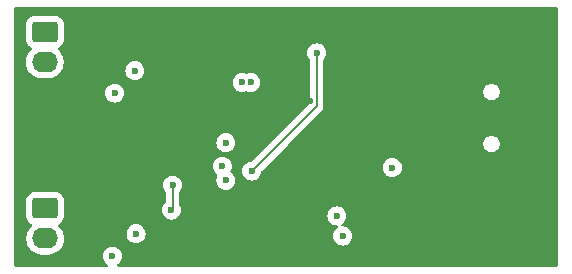
<source format=gbr>
%TF.GenerationSoftware,KiCad,Pcbnew,8.0.6*%
%TF.CreationDate,2025-02-16T10:37:52+01:00*%
%TF.ProjectId,USBTempLogger,55534254-656d-4704-9c6f-676765722e6b,rev?*%
%TF.SameCoordinates,Original*%
%TF.FileFunction,Copper,L4,Bot*%
%TF.FilePolarity,Positive*%
%FSLAX46Y46*%
G04 Gerber Fmt 4.6, Leading zero omitted, Abs format (unit mm)*
G04 Created by KiCad (PCBNEW 8.0.6) date 2025-02-16 10:37:52*
%MOMM*%
%LPD*%
G01*
G04 APERTURE LIST*
G04 Aperture macros list*
%AMRoundRect*
0 Rectangle with rounded corners*
0 $1 Rounding radius*
0 $2 $3 $4 $5 $6 $7 $8 $9 X,Y pos of 4 corners*
0 Add a 4 corners polygon primitive as box body*
4,1,4,$2,$3,$4,$5,$6,$7,$8,$9,$2,$3,0*
0 Add four circle primitives for the rounded corners*
1,1,$1+$1,$2,$3*
1,1,$1+$1,$4,$5*
1,1,$1+$1,$6,$7*
1,1,$1+$1,$8,$9*
0 Add four rect primitives between the rounded corners*
20,1,$1+$1,$2,$3,$4,$5,0*
20,1,$1+$1,$4,$5,$6,$7,0*
20,1,$1+$1,$6,$7,$8,$9,0*
20,1,$1+$1,$8,$9,$2,$3,0*%
G04 Aperture macros list end*
%TA.AperFunction,ComponentPad*%
%ADD10RoundRect,0.250000X-0.845000X0.620000X-0.845000X-0.620000X0.845000X-0.620000X0.845000X0.620000X0*%
%TD*%
%TA.AperFunction,ComponentPad*%
%ADD11O,2.190000X1.740000*%
%TD*%
%TA.AperFunction,ViaPad*%
%ADD12C,0.600000*%
%TD*%
%TA.AperFunction,Conductor*%
%ADD13C,0.127000*%
%TD*%
G04 APERTURE END LIST*
D10*
%TO.P,J4,1,Pin_1*%
%TO.N,Net-(IC2-T-)*%
X140100000Y-102560000D03*
D11*
%TO.P,J4,2,Pin_2*%
%TO.N,Net-(IC2-T+)*%
X140100000Y-105100000D03*
%TD*%
D10*
%TO.P,J1,1,Pin_1*%
%TO.N,Net-(IC1-T-)*%
X140080000Y-87630000D03*
D11*
%TO.P,J1,2,Pin_2*%
%TO.N,Net-(IC1-T+)*%
X140080000Y-90170000D03*
%TD*%
D12*
%TO.N,GNDD*%
X171600000Y-101200000D03*
X167900000Y-88100000D03*
X147800000Y-87200000D03*
X149400000Y-92900000D03*
X153200000Y-92200000D03*
X162700000Y-105900000D03*
X162536500Y-93502601D03*
X159300000Y-93400000D03*
X168307485Y-94495657D03*
X167100000Y-104600000D03*
X153400000Y-93900000D03*
X151600000Y-99000000D03*
X147900000Y-100900000D03*
X173700000Y-94100000D03*
X149300000Y-106600000D03*
X157200000Y-95500000D03*
X166300000Y-99500000D03*
%TO.N,+3V3*%
X147800000Y-104700000D03*
X147700000Y-90900000D03*
X155400000Y-97000000D03*
X155400000Y-100200000D03*
X146000000Y-92800000D03*
X157500000Y-91900000D03*
X156800000Y-91900000D03*
X145800000Y-106600000D03*
X164800000Y-103200000D03*
X169500000Y-99100000D03*
X155100000Y-99000000D03*
X165300000Y-104900000D03*
%TO.N,NRST*%
X163100000Y-89400000D03*
X157600000Y-99400000D03*
%TO.N,SCK*%
X150800000Y-102700000D03*
X150890500Y-100600000D03*
%TD*%
D13*
%TO.N,NRST*%
X163100000Y-93700000D02*
X163100000Y-93900000D01*
X163100000Y-89400000D02*
X163100000Y-93700000D01*
X163100000Y-93900000D02*
X157600000Y-99400000D01*
%TO.N,SCK*%
X150890500Y-100600000D02*
X150890500Y-102609500D01*
X150890500Y-102609500D02*
X150800000Y-102700000D01*
%TD*%
%TA.AperFunction,Conductor*%
%TO.N,GNDD*%
G36*
X183442539Y-85520185D02*
G01*
X183488294Y-85572989D01*
X183499500Y-85624500D01*
X183499500Y-107375500D01*
X183479815Y-107442539D01*
X183427011Y-107488294D01*
X183375500Y-107499500D01*
X146303476Y-107499500D01*
X146236437Y-107479815D01*
X146190682Y-107427011D01*
X146180738Y-107357853D01*
X146209763Y-107294297D01*
X146237504Y-107270506D01*
X146302262Y-107229816D01*
X146429816Y-107102262D01*
X146525789Y-106949522D01*
X146585368Y-106779255D01*
X146605565Y-106600000D01*
X146585368Y-106420745D01*
X146525789Y-106250478D01*
X146429816Y-106097738D01*
X146302262Y-105970184D01*
X146149523Y-105874211D01*
X145979254Y-105814631D01*
X145979249Y-105814630D01*
X145800004Y-105794435D01*
X145799996Y-105794435D01*
X145620750Y-105814630D01*
X145620745Y-105814631D01*
X145450476Y-105874211D01*
X145297737Y-105970184D01*
X145170184Y-106097737D01*
X145074211Y-106250476D01*
X145014631Y-106420745D01*
X145014630Y-106420750D01*
X144994435Y-106599996D01*
X144994435Y-106600003D01*
X145014630Y-106779249D01*
X145014631Y-106779254D01*
X145074211Y-106949523D01*
X145170184Y-107102262D01*
X145297738Y-107229816D01*
X145362496Y-107270506D01*
X145408787Y-107322841D01*
X145419435Y-107391894D01*
X145391060Y-107455743D01*
X145332670Y-107494115D01*
X145296524Y-107499500D01*
X137624500Y-107499500D01*
X137557461Y-107479815D01*
X137511706Y-107427011D01*
X137500500Y-107375500D01*
X137500500Y-101889983D01*
X138504500Y-101889983D01*
X138504500Y-103230001D01*
X138504501Y-103230018D01*
X138515000Y-103332796D01*
X138515001Y-103332799D01*
X138565558Y-103485368D01*
X138570186Y-103499334D01*
X138662288Y-103648656D01*
X138786344Y-103772712D01*
X138935666Y-103864814D01*
X138935668Y-103864814D01*
X138935669Y-103864815D01*
X138936348Y-103865132D01*
X138936735Y-103865473D01*
X138941813Y-103868605D01*
X138941277Y-103869472D01*
X138988787Y-103911304D01*
X139007939Y-103978498D01*
X138987723Y-104045379D01*
X138971625Y-104065195D01*
X138829640Y-104207180D01*
X138702843Y-104381700D01*
X138604909Y-104573908D01*
X138538245Y-104779077D01*
X138504500Y-104992133D01*
X138504500Y-105207866D01*
X138535290Y-105402262D01*
X138538246Y-105420926D01*
X138604908Y-105626089D01*
X138702843Y-105818299D01*
X138829641Y-105992821D01*
X138982179Y-106145359D01*
X139156701Y-106272157D01*
X139348911Y-106370092D01*
X139554074Y-106436754D01*
X139633973Y-106449408D01*
X139767134Y-106470500D01*
X139767139Y-106470500D01*
X140432866Y-106470500D01*
X140551230Y-106451752D01*
X140645926Y-106436754D01*
X140851089Y-106370092D01*
X141043299Y-106272157D01*
X141217821Y-106145359D01*
X141370359Y-105992821D01*
X141497157Y-105818299D01*
X141595092Y-105626089D01*
X141661754Y-105420926D01*
X141676752Y-105326230D01*
X141695500Y-105207866D01*
X141695500Y-104992133D01*
X141661754Y-104779077D01*
X141661754Y-104779074D01*
X141636060Y-104699996D01*
X146994435Y-104699996D01*
X146994435Y-104700003D01*
X147014630Y-104879249D01*
X147014631Y-104879254D01*
X147074211Y-105049523D01*
X147170184Y-105202262D01*
X147297738Y-105329816D01*
X147388080Y-105386582D01*
X147442738Y-105420926D01*
X147450478Y-105425789D01*
X147620745Y-105485368D01*
X147620750Y-105485369D01*
X147799996Y-105505565D01*
X147800000Y-105505565D01*
X147800004Y-105505565D01*
X147979249Y-105485369D01*
X147979252Y-105485368D01*
X147979255Y-105485368D01*
X148149522Y-105425789D01*
X148302262Y-105329816D01*
X148429816Y-105202262D01*
X148525789Y-105049522D01*
X148585368Y-104879255D01*
X148585369Y-104879249D01*
X148605565Y-104700003D01*
X148605565Y-104699996D01*
X148585369Y-104520750D01*
X148585368Y-104520745D01*
X148542326Y-104397738D01*
X148525789Y-104350478D01*
X148429816Y-104197738D01*
X148302262Y-104070184D01*
X148294322Y-104065195D01*
X148149523Y-103974211D01*
X147979254Y-103914631D01*
X147979249Y-103914630D01*
X147800004Y-103894435D01*
X147799996Y-103894435D01*
X147620750Y-103914630D01*
X147620745Y-103914631D01*
X147450476Y-103974211D01*
X147297737Y-104070184D01*
X147170184Y-104197737D01*
X147074211Y-104350476D01*
X147014631Y-104520745D01*
X147014630Y-104520750D01*
X146994435Y-104699996D01*
X141636060Y-104699996D01*
X141595092Y-104573911D01*
X141497157Y-104381701D01*
X141370359Y-104207179D01*
X141228375Y-104065195D01*
X141194890Y-104003872D01*
X141199874Y-103934180D01*
X141241746Y-103878247D01*
X141263657Y-103865129D01*
X141264322Y-103864817D01*
X141264334Y-103864814D01*
X141413656Y-103772712D01*
X141537712Y-103648656D01*
X141629814Y-103499334D01*
X141684999Y-103332797D01*
X141695500Y-103230009D01*
X141695500Y-102699996D01*
X149994435Y-102699996D01*
X149994435Y-102700003D01*
X150014630Y-102879249D01*
X150014631Y-102879254D01*
X150074211Y-103049523D01*
X150168760Y-103199996D01*
X150170184Y-103202262D01*
X150297738Y-103329816D01*
X150450478Y-103425789D01*
X150620745Y-103485368D01*
X150620750Y-103485369D01*
X150799996Y-103505565D01*
X150800000Y-103505565D01*
X150800004Y-103505565D01*
X150979249Y-103485369D01*
X150979252Y-103485368D01*
X150979255Y-103485368D01*
X151149522Y-103425789D01*
X151302262Y-103329816D01*
X151429816Y-103202262D01*
X151431240Y-103199996D01*
X163994435Y-103199996D01*
X163994435Y-103200003D01*
X164014630Y-103379249D01*
X164014631Y-103379254D01*
X164074211Y-103549523D01*
X164170184Y-103702262D01*
X164297738Y-103829816D01*
X164377106Y-103879686D01*
X164432721Y-103914632D01*
X164450478Y-103925789D01*
X164489925Y-103939592D01*
X164620745Y-103985368D01*
X164620750Y-103985369D01*
X164803041Y-104005908D01*
X164867455Y-104032974D01*
X164907010Y-104090569D01*
X164909148Y-104160406D01*
X164873190Y-104220312D01*
X164855131Y-104234121D01*
X164797739Y-104270182D01*
X164670184Y-104397737D01*
X164574211Y-104550476D01*
X164514631Y-104720745D01*
X164514630Y-104720750D01*
X164494435Y-104899996D01*
X164494435Y-104900003D01*
X164514630Y-105079249D01*
X164514631Y-105079254D01*
X164574211Y-105249523D01*
X164624662Y-105329815D01*
X164670184Y-105402262D01*
X164797738Y-105529816D01*
X164950478Y-105625789D01*
X165120745Y-105685368D01*
X165120750Y-105685369D01*
X165299996Y-105705565D01*
X165300000Y-105705565D01*
X165300004Y-105705565D01*
X165479249Y-105685369D01*
X165479252Y-105685368D01*
X165479255Y-105685368D01*
X165649522Y-105625789D01*
X165802262Y-105529816D01*
X165929816Y-105402262D01*
X166025789Y-105249522D01*
X166085368Y-105079255D01*
X166095184Y-104992139D01*
X166105565Y-104900003D01*
X166105565Y-104899996D01*
X166085369Y-104720750D01*
X166085368Y-104720745D01*
X166078108Y-104699996D01*
X166025789Y-104550478D01*
X166007106Y-104520745D01*
X165929815Y-104397737D01*
X165802262Y-104270184D01*
X165649523Y-104174211D01*
X165479254Y-104114631D01*
X165479250Y-104114630D01*
X165296957Y-104094091D01*
X165232543Y-104067024D01*
X165192988Y-104009429D01*
X165190851Y-103939592D01*
X165226809Y-103879686D01*
X165244856Y-103865886D01*
X165302262Y-103829816D01*
X165429816Y-103702262D01*
X165525789Y-103549522D01*
X165585368Y-103379255D01*
X165585369Y-103379249D01*
X165605565Y-103200003D01*
X165605565Y-103199996D01*
X165585369Y-103020750D01*
X165585368Y-103020745D01*
X165525789Y-102850478D01*
X165429816Y-102697738D01*
X165302262Y-102570184D01*
X165149523Y-102474211D01*
X164979254Y-102414631D01*
X164979249Y-102414630D01*
X164800004Y-102394435D01*
X164799996Y-102394435D01*
X164620750Y-102414630D01*
X164620745Y-102414631D01*
X164450476Y-102474211D01*
X164297737Y-102570184D01*
X164170184Y-102697737D01*
X164074211Y-102850476D01*
X164014631Y-103020745D01*
X164014630Y-103020750D01*
X163994435Y-103199996D01*
X151431240Y-103199996D01*
X151525789Y-103049522D01*
X151585368Y-102879255D01*
X151585369Y-102879249D01*
X151605565Y-102700003D01*
X151605565Y-102699996D01*
X151585369Y-102520750D01*
X151585366Y-102520737D01*
X151525790Y-102350481D01*
X151525789Y-102350478D01*
X151505473Y-102318145D01*
X151473506Y-102267269D01*
X151454500Y-102201297D01*
X151454500Y-101219440D01*
X151474185Y-101152401D01*
X151490819Y-101131759D01*
X151520316Y-101102262D01*
X151616289Y-100949522D01*
X151675868Y-100779255D01*
X151696065Y-100600000D01*
X151675868Y-100420745D01*
X151616289Y-100250478D01*
X151520316Y-100097738D01*
X151392762Y-99970184D01*
X151289922Y-99905565D01*
X151240023Y-99874211D01*
X151069754Y-99814631D01*
X151069749Y-99814630D01*
X150890504Y-99794435D01*
X150890496Y-99794435D01*
X150711250Y-99814630D01*
X150711245Y-99814631D01*
X150540976Y-99874211D01*
X150388237Y-99970184D01*
X150260684Y-100097737D01*
X150164711Y-100250476D01*
X150105131Y-100420745D01*
X150105130Y-100420750D01*
X150084935Y-100599996D01*
X150084935Y-100600003D01*
X150105130Y-100779249D01*
X150105131Y-100779254D01*
X150164711Y-100949523D01*
X150260684Y-101102262D01*
X150290181Y-101131759D01*
X150323666Y-101193082D01*
X150326500Y-101219440D01*
X150326500Y-101990059D01*
X150306815Y-102057098D01*
X150290182Y-102077740D01*
X150170183Y-102197739D01*
X150074211Y-102350476D01*
X150014631Y-102520745D01*
X150014630Y-102520750D01*
X149994435Y-102699996D01*
X141695500Y-102699996D01*
X141695499Y-101889992D01*
X141684999Y-101787203D01*
X141629814Y-101620666D01*
X141537712Y-101471344D01*
X141413656Y-101347288D01*
X141264334Y-101255186D01*
X141097797Y-101200001D01*
X141097795Y-101200000D01*
X140995010Y-101189500D01*
X139204998Y-101189500D01*
X139204981Y-101189501D01*
X139102203Y-101200000D01*
X139102200Y-101200001D01*
X138935668Y-101255185D01*
X138935663Y-101255187D01*
X138786342Y-101347289D01*
X138662289Y-101471342D01*
X138570187Y-101620663D01*
X138570186Y-101620666D01*
X138515001Y-101787203D01*
X138515001Y-101787204D01*
X138515000Y-101787204D01*
X138504500Y-101889983D01*
X137500500Y-101889983D01*
X137500500Y-98999996D01*
X154294435Y-98999996D01*
X154294435Y-99000003D01*
X154314630Y-99179249D01*
X154314631Y-99179254D01*
X154374211Y-99349523D01*
X154470184Y-99502262D01*
X154597740Y-99629818D01*
X154646974Y-99660753D01*
X154693266Y-99713087D01*
X154703915Y-99782141D01*
X154685999Y-99831715D01*
X154674210Y-99850478D01*
X154614633Y-100020737D01*
X154614630Y-100020750D01*
X154594435Y-100199996D01*
X154594435Y-100200003D01*
X154614630Y-100379249D01*
X154614631Y-100379254D01*
X154674211Y-100549523D01*
X154705926Y-100599996D01*
X154770184Y-100702262D01*
X154897738Y-100829816D01*
X155050478Y-100925789D01*
X155118306Y-100949523D01*
X155220745Y-100985368D01*
X155220750Y-100985369D01*
X155399996Y-101005565D01*
X155400000Y-101005565D01*
X155400004Y-101005565D01*
X155579249Y-100985369D01*
X155579252Y-100985368D01*
X155579255Y-100985368D01*
X155749522Y-100925789D01*
X155902262Y-100829816D01*
X156029816Y-100702262D01*
X156125789Y-100549522D01*
X156185368Y-100379255D01*
X156205565Y-100200000D01*
X156203916Y-100185369D01*
X156185369Y-100020750D01*
X156185368Y-100020745D01*
X156137998Y-99885369D01*
X156125789Y-99850478D01*
X156113999Y-99831715D01*
X156047816Y-99726385D01*
X156029816Y-99697738D01*
X155902262Y-99570184D01*
X155902260Y-99570182D01*
X155853022Y-99539244D01*
X155806732Y-99486910D01*
X155796084Y-99417856D01*
X155802539Y-99399996D01*
X156794435Y-99399996D01*
X156794435Y-99400003D01*
X156814630Y-99579249D01*
X156814631Y-99579254D01*
X156874211Y-99749523D01*
X156937646Y-99850478D01*
X156970184Y-99902262D01*
X157097738Y-100029816D01*
X157188080Y-100086582D01*
X157205833Y-100097737D01*
X157250478Y-100125789D01*
X157420745Y-100185368D01*
X157420750Y-100185369D01*
X157599996Y-100205565D01*
X157600000Y-100205565D01*
X157600004Y-100205565D01*
X157779249Y-100185369D01*
X157779252Y-100185368D01*
X157779255Y-100185368D01*
X157949522Y-100125789D01*
X158102262Y-100029816D01*
X158229816Y-99902262D01*
X158325789Y-99749522D01*
X158385368Y-99579255D01*
X158386391Y-99570182D01*
X158395773Y-99486910D01*
X158401716Y-99434156D01*
X158428782Y-99369744D01*
X158437245Y-99360370D01*
X158697619Y-99099996D01*
X168694435Y-99099996D01*
X168694435Y-99100003D01*
X168714630Y-99279249D01*
X168714631Y-99279254D01*
X168774211Y-99449523D01*
X168855727Y-99579254D01*
X168870184Y-99602262D01*
X168997738Y-99729816D01*
X169081013Y-99782141D01*
X169132721Y-99814632D01*
X169150478Y-99825789D01*
X169288860Y-99874211D01*
X169320745Y-99885368D01*
X169320750Y-99885369D01*
X169499996Y-99905565D01*
X169500000Y-99905565D01*
X169500004Y-99905565D01*
X169679249Y-99885369D01*
X169679252Y-99885368D01*
X169679255Y-99885368D01*
X169849522Y-99825789D01*
X170002262Y-99729816D01*
X170129816Y-99602262D01*
X170225789Y-99449522D01*
X170285368Y-99279255D01*
X170291960Y-99220750D01*
X170305565Y-99100003D01*
X170305565Y-99099996D01*
X170285369Y-98920750D01*
X170285368Y-98920745D01*
X170225789Y-98750478D01*
X170129816Y-98597738D01*
X170002262Y-98470184D01*
X169849523Y-98374211D01*
X169679254Y-98314631D01*
X169679249Y-98314630D01*
X169500004Y-98294435D01*
X169499996Y-98294435D01*
X169320750Y-98314630D01*
X169320745Y-98314631D01*
X169150476Y-98374211D01*
X168997737Y-98470184D01*
X168870184Y-98597737D01*
X168774211Y-98750476D01*
X168714631Y-98920745D01*
X168714630Y-98920750D01*
X168694435Y-99099996D01*
X158697619Y-99099996D01*
X160628621Y-97168995D01*
X177199499Y-97168995D01*
X177226418Y-97304322D01*
X177226421Y-97304332D01*
X177279221Y-97431804D01*
X177279228Y-97431817D01*
X177355885Y-97546541D01*
X177355888Y-97546545D01*
X177453454Y-97644111D01*
X177453458Y-97644114D01*
X177568182Y-97720771D01*
X177568195Y-97720778D01*
X177695667Y-97773578D01*
X177695672Y-97773580D01*
X177695676Y-97773580D01*
X177695677Y-97773581D01*
X177831004Y-97800500D01*
X177831007Y-97800500D01*
X177968995Y-97800500D01*
X178060041Y-97782389D01*
X178104328Y-97773580D01*
X178231811Y-97720775D01*
X178346542Y-97644114D01*
X178444114Y-97546542D01*
X178520775Y-97431811D01*
X178573580Y-97304328D01*
X178600500Y-97168993D01*
X178600500Y-97031007D01*
X178600500Y-97031004D01*
X178573581Y-96895677D01*
X178573580Y-96895676D01*
X178573580Y-96895672D01*
X178573578Y-96895667D01*
X178520778Y-96768195D01*
X178520771Y-96768182D01*
X178444114Y-96653458D01*
X178444111Y-96653454D01*
X178346545Y-96555888D01*
X178346541Y-96555885D01*
X178231817Y-96479228D01*
X178231804Y-96479221D01*
X178104332Y-96426421D01*
X178104322Y-96426418D01*
X177968995Y-96399500D01*
X177968993Y-96399500D01*
X177831007Y-96399500D01*
X177831005Y-96399500D01*
X177695677Y-96426418D01*
X177695667Y-96426421D01*
X177568195Y-96479221D01*
X177568182Y-96479228D01*
X177453458Y-96555885D01*
X177453454Y-96555888D01*
X177355888Y-96653454D01*
X177355885Y-96653458D01*
X177279228Y-96768182D01*
X177279221Y-96768195D01*
X177226421Y-96895667D01*
X177226418Y-96895677D01*
X177199500Y-97031004D01*
X177199500Y-97031007D01*
X177199500Y-97168993D01*
X177199500Y-97168995D01*
X177199499Y-97168995D01*
X160628621Y-97168995D01*
X163551313Y-94246304D01*
X163625565Y-94117696D01*
X163664001Y-93974252D01*
X163664001Y-93825747D01*
X163664001Y-93818152D01*
X163664000Y-93818134D01*
X163664000Y-92768995D01*
X177199499Y-92768995D01*
X177226418Y-92904322D01*
X177226421Y-92904332D01*
X177279221Y-93031804D01*
X177279228Y-93031817D01*
X177355885Y-93146541D01*
X177355888Y-93146545D01*
X177453454Y-93244111D01*
X177453458Y-93244114D01*
X177568182Y-93320771D01*
X177568195Y-93320778D01*
X177695667Y-93373578D01*
X177695672Y-93373580D01*
X177695676Y-93373580D01*
X177695677Y-93373581D01*
X177831004Y-93400500D01*
X177831007Y-93400500D01*
X177968995Y-93400500D01*
X178060041Y-93382389D01*
X178104328Y-93373580D01*
X178231811Y-93320775D01*
X178346542Y-93244114D01*
X178444114Y-93146542D01*
X178520775Y-93031811D01*
X178573580Y-92904328D01*
X178594332Y-92800003D01*
X178600500Y-92768995D01*
X178600500Y-92631004D01*
X178573581Y-92495677D01*
X178573580Y-92495676D01*
X178573580Y-92495672D01*
X178554859Y-92450476D01*
X178520778Y-92368195D01*
X178520771Y-92368182D01*
X178444114Y-92253458D01*
X178444111Y-92253454D01*
X178346545Y-92155888D01*
X178346541Y-92155885D01*
X178231817Y-92079228D01*
X178231804Y-92079221D01*
X178104332Y-92026421D01*
X178104322Y-92026418D01*
X177968995Y-91999500D01*
X177968993Y-91999500D01*
X177831007Y-91999500D01*
X177831005Y-91999500D01*
X177695677Y-92026418D01*
X177695667Y-92026421D01*
X177568195Y-92079221D01*
X177568182Y-92079228D01*
X177453458Y-92155885D01*
X177453454Y-92155888D01*
X177355888Y-92253454D01*
X177355885Y-92253458D01*
X177279228Y-92368182D01*
X177279221Y-92368195D01*
X177226421Y-92495667D01*
X177226418Y-92495677D01*
X177199500Y-92631004D01*
X177199500Y-92631007D01*
X177199500Y-92768993D01*
X177199500Y-92768995D01*
X177199499Y-92768995D01*
X163664000Y-92768995D01*
X163664000Y-90019440D01*
X163683685Y-89952401D01*
X163700319Y-89931759D01*
X163729816Y-89902262D01*
X163825789Y-89749522D01*
X163885368Y-89579255D01*
X163905565Y-89400000D01*
X163891726Y-89277177D01*
X163885369Y-89220750D01*
X163885368Y-89220745D01*
X163825788Y-89050476D01*
X163729815Y-88897737D01*
X163602262Y-88770184D01*
X163449523Y-88674211D01*
X163279254Y-88614631D01*
X163279249Y-88614630D01*
X163100004Y-88594435D01*
X163099996Y-88594435D01*
X162920750Y-88614630D01*
X162920745Y-88614631D01*
X162750476Y-88674211D01*
X162597737Y-88770184D01*
X162470184Y-88897737D01*
X162374211Y-89050476D01*
X162314631Y-89220745D01*
X162314630Y-89220750D01*
X162294435Y-89399996D01*
X162294435Y-89400003D01*
X162314630Y-89579249D01*
X162314631Y-89579254D01*
X162374211Y-89749523D01*
X162470184Y-89902262D01*
X162499681Y-89931759D01*
X162533166Y-89993082D01*
X162536000Y-90019440D01*
X162536000Y-93615020D01*
X162516315Y-93682059D01*
X162499681Y-93702701D01*
X157639637Y-98562744D01*
X157578314Y-98596229D01*
X157565840Y-98598283D01*
X157420749Y-98614630D01*
X157420745Y-98614631D01*
X157250476Y-98674211D01*
X157097737Y-98770184D01*
X156970184Y-98897737D01*
X156874211Y-99050476D01*
X156814631Y-99220745D01*
X156814630Y-99220750D01*
X156794435Y-99399996D01*
X155802539Y-99399996D01*
X155814001Y-99368282D01*
X155825789Y-99349522D01*
X155885368Y-99179255D01*
X155885369Y-99179249D01*
X155905565Y-99000003D01*
X155905565Y-98999996D01*
X155885369Y-98820750D01*
X155885368Y-98820745D01*
X155867676Y-98770184D01*
X155825789Y-98650478D01*
X155803265Y-98614632D01*
X155729815Y-98497737D01*
X155602262Y-98370184D01*
X155449523Y-98274211D01*
X155279254Y-98214631D01*
X155279249Y-98214630D01*
X155100004Y-98194435D01*
X155099996Y-98194435D01*
X154920750Y-98214630D01*
X154920745Y-98214631D01*
X154750476Y-98274211D01*
X154597737Y-98370184D01*
X154470184Y-98497737D01*
X154374211Y-98650476D01*
X154314631Y-98820745D01*
X154314630Y-98820750D01*
X154294435Y-98999996D01*
X137500500Y-98999996D01*
X137500500Y-96999996D01*
X154594435Y-96999996D01*
X154594435Y-97000003D01*
X154614630Y-97179249D01*
X154614631Y-97179254D01*
X154674211Y-97349523D01*
X154725920Y-97431817D01*
X154770184Y-97502262D01*
X154897738Y-97629816D01*
X155050478Y-97725789D01*
X155187051Y-97773578D01*
X155220745Y-97785368D01*
X155220750Y-97785369D01*
X155399996Y-97805565D01*
X155400000Y-97805565D01*
X155400004Y-97805565D01*
X155579249Y-97785369D01*
X155579252Y-97785368D01*
X155579255Y-97785368D01*
X155749522Y-97725789D01*
X155902262Y-97629816D01*
X156029816Y-97502262D01*
X156125789Y-97349522D01*
X156185368Y-97179255D01*
X156186524Y-97168995D01*
X156205565Y-97000003D01*
X156205565Y-96999996D01*
X156185369Y-96820750D01*
X156185368Y-96820745D01*
X156166975Y-96768182D01*
X156125789Y-96650478D01*
X156029816Y-96497738D01*
X155902262Y-96370184D01*
X155749523Y-96274211D01*
X155579254Y-96214631D01*
X155579249Y-96214630D01*
X155400004Y-96194435D01*
X155399996Y-96194435D01*
X155220750Y-96214630D01*
X155220745Y-96214631D01*
X155050476Y-96274211D01*
X154897737Y-96370184D01*
X154770184Y-96497737D01*
X154674211Y-96650476D01*
X154614631Y-96820745D01*
X154614630Y-96820750D01*
X154594435Y-96999996D01*
X137500500Y-96999996D01*
X137500500Y-92799996D01*
X145194435Y-92799996D01*
X145194435Y-92800003D01*
X145214630Y-92979249D01*
X145214631Y-92979254D01*
X145274211Y-93149523D01*
X145333645Y-93244111D01*
X145370184Y-93302262D01*
X145497738Y-93429816D01*
X145650478Y-93525789D01*
X145820745Y-93585368D01*
X145820750Y-93585369D01*
X145999996Y-93605565D01*
X146000000Y-93605565D01*
X146000004Y-93605565D01*
X146179249Y-93585369D01*
X146179252Y-93585368D01*
X146179255Y-93585368D01*
X146349522Y-93525789D01*
X146502262Y-93429816D01*
X146629816Y-93302262D01*
X146725789Y-93149522D01*
X146785368Y-92979255D01*
X146805565Y-92800000D01*
X146802071Y-92768993D01*
X146785369Y-92620750D01*
X146785368Y-92620745D01*
X146725789Y-92450478D01*
X146629816Y-92297738D01*
X146502262Y-92170184D01*
X146479505Y-92155885D01*
X146349523Y-92074211D01*
X146179254Y-92014631D01*
X146179249Y-92014630D01*
X146000004Y-91994435D01*
X145999996Y-91994435D01*
X145820750Y-92014630D01*
X145820745Y-92014631D01*
X145650476Y-92074211D01*
X145497737Y-92170184D01*
X145370184Y-92297737D01*
X145274211Y-92450476D01*
X145214631Y-92620745D01*
X145214630Y-92620750D01*
X145194435Y-92799996D01*
X137500500Y-92799996D01*
X137500500Y-91899996D01*
X155994435Y-91899996D01*
X155994435Y-91900003D01*
X156014630Y-92079249D01*
X156014631Y-92079254D01*
X156074211Y-92249523D01*
X156104507Y-92297738D01*
X156170184Y-92402262D01*
X156297738Y-92529816D01*
X156388080Y-92586582D01*
X156442450Y-92620745D01*
X156450478Y-92625789D01*
X156620739Y-92685366D01*
X156620745Y-92685368D01*
X156620750Y-92685369D01*
X156799996Y-92705565D01*
X156800000Y-92705565D01*
X156800004Y-92705565D01*
X156979249Y-92685369D01*
X156979251Y-92685368D01*
X156979255Y-92685368D01*
X156979258Y-92685366D01*
X156979262Y-92685366D01*
X157109045Y-92639953D01*
X157178824Y-92636391D01*
X157190955Y-92639953D01*
X157320737Y-92685366D01*
X157320743Y-92685367D01*
X157320745Y-92685368D01*
X157320746Y-92685368D01*
X157320750Y-92685369D01*
X157499996Y-92705565D01*
X157500000Y-92705565D01*
X157500004Y-92705565D01*
X157679249Y-92685369D01*
X157679252Y-92685368D01*
X157679255Y-92685368D01*
X157849522Y-92625789D01*
X158002262Y-92529816D01*
X158129816Y-92402262D01*
X158225789Y-92249522D01*
X158285368Y-92079255D01*
X158285371Y-92079228D01*
X158305565Y-91900003D01*
X158305565Y-91899996D01*
X158285369Y-91720750D01*
X158285368Y-91720745D01*
X158225788Y-91550476D01*
X158156429Y-91440092D01*
X158129816Y-91397738D01*
X158002262Y-91270184D01*
X157915004Y-91215356D01*
X157849523Y-91174211D01*
X157679254Y-91114631D01*
X157679249Y-91114630D01*
X157500004Y-91094435D01*
X157499996Y-91094435D01*
X157320750Y-91114630D01*
X157320742Y-91114632D01*
X157190954Y-91160047D01*
X157121175Y-91163608D01*
X157109046Y-91160047D01*
X156979257Y-91114632D01*
X156979249Y-91114630D01*
X156800004Y-91094435D01*
X156799996Y-91094435D01*
X156620750Y-91114630D01*
X156620745Y-91114631D01*
X156450476Y-91174211D01*
X156297737Y-91270184D01*
X156170184Y-91397737D01*
X156074211Y-91550476D01*
X156014631Y-91720745D01*
X156014630Y-91720750D01*
X155994435Y-91899996D01*
X137500500Y-91899996D01*
X137500500Y-86959983D01*
X138484500Y-86959983D01*
X138484500Y-88300001D01*
X138484501Y-88300018D01*
X138495000Y-88402796D01*
X138495001Y-88402799D01*
X138550185Y-88569331D01*
X138550186Y-88569334D01*
X138642288Y-88718656D01*
X138766344Y-88842712D01*
X138915666Y-88934814D01*
X138915668Y-88934814D01*
X138915669Y-88934815D01*
X138916348Y-88935132D01*
X138916735Y-88935473D01*
X138921813Y-88938605D01*
X138921277Y-88939472D01*
X138968787Y-88981304D01*
X138987939Y-89048498D01*
X138967723Y-89115379D01*
X138951625Y-89135195D01*
X138809640Y-89277180D01*
X138682843Y-89451700D01*
X138584909Y-89643908D01*
X138518245Y-89849077D01*
X138484500Y-90062133D01*
X138484500Y-90277866D01*
X138518245Y-90490922D01*
X138518246Y-90490926D01*
X138584908Y-90696089D01*
X138682843Y-90888299D01*
X138809641Y-91062821D01*
X138962179Y-91215359D01*
X139136701Y-91342157D01*
X139328911Y-91440092D01*
X139534074Y-91506754D01*
X139613973Y-91519408D01*
X139747134Y-91540500D01*
X139747139Y-91540500D01*
X140412866Y-91540500D01*
X140531230Y-91521752D01*
X140625926Y-91506754D01*
X140831089Y-91440092D01*
X141023299Y-91342157D01*
X141197821Y-91215359D01*
X141350359Y-91062821D01*
X141468659Y-90899996D01*
X146894435Y-90899996D01*
X146894435Y-90900003D01*
X146914630Y-91079249D01*
X146914631Y-91079254D01*
X146974211Y-91249523D01*
X147032417Y-91342156D01*
X147070184Y-91402262D01*
X147197738Y-91529816D01*
X147350478Y-91625789D01*
X147520745Y-91685368D01*
X147520750Y-91685369D01*
X147699996Y-91705565D01*
X147700000Y-91705565D01*
X147700004Y-91705565D01*
X147879249Y-91685369D01*
X147879252Y-91685368D01*
X147879255Y-91685368D01*
X148049522Y-91625789D01*
X148202262Y-91529816D01*
X148329816Y-91402262D01*
X148425789Y-91249522D01*
X148485368Y-91079255D01*
X148485369Y-91079249D01*
X148505565Y-90900003D01*
X148505565Y-90899996D01*
X148485369Y-90720750D01*
X148485368Y-90720745D01*
X148425788Y-90550476D01*
X148329815Y-90397737D01*
X148202262Y-90270184D01*
X148049523Y-90174211D01*
X147879254Y-90114631D01*
X147879249Y-90114630D01*
X147700004Y-90094435D01*
X147699996Y-90094435D01*
X147520750Y-90114630D01*
X147520745Y-90114631D01*
X147350476Y-90174211D01*
X147197737Y-90270184D01*
X147070184Y-90397737D01*
X146974211Y-90550476D01*
X146914631Y-90720745D01*
X146914630Y-90720750D01*
X146894435Y-90899996D01*
X141468659Y-90899996D01*
X141477157Y-90888299D01*
X141575092Y-90696089D01*
X141641754Y-90490926D01*
X141656752Y-90396230D01*
X141675500Y-90277866D01*
X141675500Y-90062133D01*
X141641754Y-89849077D01*
X141641754Y-89849074D01*
X141575092Y-89643911D01*
X141477157Y-89451701D01*
X141350359Y-89277179D01*
X141208375Y-89135195D01*
X141174890Y-89073872D01*
X141179874Y-89004180D01*
X141221746Y-88948247D01*
X141243657Y-88935129D01*
X141244322Y-88934817D01*
X141244334Y-88934814D01*
X141393656Y-88842712D01*
X141517712Y-88718656D01*
X141609814Y-88569334D01*
X141664999Y-88402797D01*
X141675500Y-88300009D01*
X141675499Y-86959992D01*
X141664999Y-86857203D01*
X141609814Y-86690666D01*
X141517712Y-86541344D01*
X141393656Y-86417288D01*
X141244334Y-86325186D01*
X141077797Y-86270001D01*
X141077795Y-86270000D01*
X140975010Y-86259500D01*
X139184998Y-86259500D01*
X139184981Y-86259501D01*
X139082203Y-86270000D01*
X139082200Y-86270001D01*
X138915668Y-86325185D01*
X138915663Y-86325187D01*
X138766342Y-86417289D01*
X138642289Y-86541342D01*
X138550187Y-86690663D01*
X138550186Y-86690666D01*
X138495001Y-86857203D01*
X138495001Y-86857204D01*
X138495000Y-86857204D01*
X138484500Y-86959983D01*
X137500500Y-86959983D01*
X137500500Y-85624500D01*
X137520185Y-85557461D01*
X137572989Y-85511706D01*
X137624500Y-85500500D01*
X183375500Y-85500500D01*
X183442539Y-85520185D01*
G37*
%TD.AperFunction*%
%TD*%
M02*

</source>
